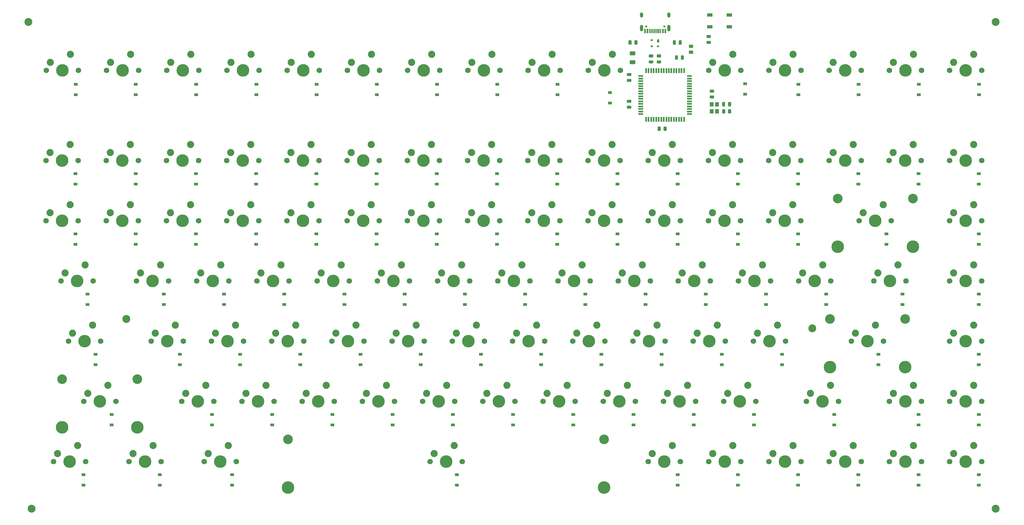
<source format=gbs>
G04 #@! TF.GenerationSoftware,KiCad,Pcbnew,(5.1.9-0-10_14)*
G04 #@! TF.CreationDate,2021-04-15T17:38:18+09:00*
G04 #@! TF.ProjectId,JupiterAdvanced,4a757069-7465-4724-9164-76616e636564,1*
G04 #@! TF.SameCoordinates,Original*
G04 #@! TF.FileFunction,Soldermask,Bot*
G04 #@! TF.FilePolarity,Negative*
%FSLAX46Y46*%
G04 Gerber Fmt 4.6, Leading zero omitted, Abs format (unit mm)*
G04 Created by KiCad (PCBNEW (5.1.9-0-10_14)) date 2021-04-15 17:38:18*
%MOMM*%
%LPD*%
G01*
G04 APERTURE LIST*
%ADD10C,2.500000*%
%ADD11C,2.250000*%
%ADD12C,3.987800*%
%ADD13C,1.750000*%
%ADD14R,1.200000X1.400000*%
%ADD15R,0.600000X1.450000*%
%ADD16R,0.300000X1.450000*%
%ADD17C,0.650000*%
%ADD18O,1.000000X2.100000*%
%ADD19O,1.000000X1.600000*%
%ADD20R,1.500000X0.550000*%
%ADD21R,0.550000X1.500000*%
%ADD22R,0.700000X0.600000*%
%ADD23R,0.700000X1.000000*%
%ADD24R,1.800000X1.100000*%
%ADD25C,3.048000*%
%ADD26R,1.200000X0.900000*%
G04 APERTURE END LIST*
D10*
X312325000Y-182475000D03*
X95325000Y-179475000D03*
X65325000Y-239475000D03*
X370325000Y-239475000D03*
X370325000Y-85475000D03*
X64325000Y-85475000D03*
G36*
G01*
X261753670Y-98633580D02*
X260841170Y-98633580D01*
G75*
G02*
X260597420Y-98389830I0J243750D01*
G01*
X260597420Y-97902330D01*
G75*
G02*
X260841170Y-97658580I243750J0D01*
G01*
X261753670Y-97658580D01*
G75*
G02*
X261997420Y-97902330I0J-243750D01*
G01*
X261997420Y-98389830D01*
G75*
G02*
X261753670Y-98633580I-243750J0D01*
G01*
G37*
G36*
G01*
X261753670Y-96758580D02*
X260841170Y-96758580D01*
G75*
G02*
X260597420Y-96514830I0J243750D01*
G01*
X260597420Y-96027330D01*
G75*
G02*
X260841170Y-95783580I243750J0D01*
G01*
X261753670Y-95783580D01*
G75*
G02*
X261997420Y-96027330I0J-243750D01*
G01*
X261997420Y-96514830D01*
G75*
G02*
X261753670Y-96758580I-243750J0D01*
G01*
G37*
G36*
G01*
X264273350Y-98633580D02*
X263360850Y-98633580D01*
G75*
G02*
X263117100Y-98389830I0J243750D01*
G01*
X263117100Y-97902330D01*
G75*
G02*
X263360850Y-97658580I243750J0D01*
G01*
X264273350Y-97658580D01*
G75*
G02*
X264517100Y-97902330I0J-243750D01*
G01*
X264517100Y-98389830D01*
G75*
G02*
X264273350Y-98633580I-243750J0D01*
G01*
G37*
G36*
G01*
X264273350Y-96758580D02*
X263360850Y-96758580D01*
G75*
G02*
X263117100Y-96514830I0J243750D01*
G01*
X263117100Y-96027330D01*
G75*
G02*
X263360850Y-95783580I243750J0D01*
G01*
X264273350Y-95783580D01*
G75*
G02*
X264517100Y-96027330I0J-243750D01*
G01*
X264517100Y-96514830D01*
G75*
G02*
X264273350Y-96758580I-243750J0D01*
G01*
G37*
D11*
X339429320Y-162369620D03*
D12*
X336889320Y-167449620D03*
D11*
X333079320Y-164909620D03*
D13*
X331809320Y-167449620D03*
X341969320Y-167449620D03*
D11*
X363356120Y-95718820D03*
D12*
X360816120Y-100798820D03*
D11*
X357006120Y-98258820D03*
D13*
X355736120Y-100798820D03*
X365896120Y-100798820D03*
D14*
X282199100Y-113759520D03*
X282199100Y-111559520D03*
X280499100Y-111559520D03*
X280499100Y-113759520D03*
D15*
X265825240Y-88390980D03*
X259375240Y-88390980D03*
X265050240Y-88390980D03*
X260150240Y-88390980D03*
D16*
X260850240Y-88390980D03*
X264350240Y-88390980D03*
X261350240Y-88390980D03*
X263850240Y-88390980D03*
X261850240Y-88390980D03*
X263350240Y-88390980D03*
X262850240Y-88390980D03*
X262350240Y-88390980D03*
D17*
X265490240Y-86945980D03*
X259710240Y-86945980D03*
D18*
X258280240Y-87475980D03*
X266920240Y-87475980D03*
D19*
X258280240Y-83295980D03*
X266920240Y-83295980D03*
D20*
X258045320Y-102631820D03*
X258045320Y-103431820D03*
X258045320Y-104231820D03*
X258045320Y-105031820D03*
X258045320Y-105831820D03*
X258045320Y-106631820D03*
X258045320Y-107431820D03*
X258045320Y-108231820D03*
X258045320Y-109031820D03*
X258045320Y-109831820D03*
X258045320Y-110631820D03*
X258045320Y-111431820D03*
X258045320Y-112231820D03*
X258045320Y-113031820D03*
X258045320Y-113831820D03*
X258045320Y-114631820D03*
D21*
X259745320Y-116331820D03*
X260545320Y-116331820D03*
X261345320Y-116331820D03*
X262145320Y-116331820D03*
X262945320Y-116331820D03*
X263745320Y-116331820D03*
X264545320Y-116331820D03*
X265345320Y-116331820D03*
X266145320Y-116331820D03*
X266945320Y-116331820D03*
X267745320Y-116331820D03*
X268545320Y-116331820D03*
X269345320Y-116331820D03*
X270145320Y-116331820D03*
X270945320Y-116331820D03*
X271745320Y-116331820D03*
D20*
X273445320Y-114631820D03*
X273445320Y-113831820D03*
X273445320Y-113031820D03*
X273445320Y-112231820D03*
X273445320Y-111431820D03*
X273445320Y-110631820D03*
X273445320Y-109831820D03*
X273445320Y-109031820D03*
X273445320Y-108231820D03*
X273445320Y-107431820D03*
X273445320Y-106631820D03*
X273445320Y-105831820D03*
X273445320Y-105031820D03*
X273445320Y-104231820D03*
X273445320Y-103431820D03*
X273445320Y-102631820D03*
D21*
X271745320Y-100931820D03*
X270945320Y-100931820D03*
X270145320Y-100931820D03*
X269345320Y-100931820D03*
X268545320Y-100931820D03*
X267745320Y-100931820D03*
X266945320Y-100931820D03*
X266145320Y-100931820D03*
X265345320Y-100931820D03*
X264545320Y-100931820D03*
X263745320Y-100931820D03*
X262945320Y-100931820D03*
X262145320Y-100931820D03*
X261345320Y-100931820D03*
X260545320Y-100931820D03*
X259745320Y-100931820D03*
D22*
X261531860Y-93205340D03*
X263531860Y-93205340D03*
X261531860Y-91305340D03*
D23*
X263531860Y-91505340D03*
D11*
X77542620Y-143306920D03*
D12*
X75002620Y-148386920D03*
D11*
X71192620Y-145846920D03*
D13*
X69922620Y-148386920D03*
X80082620Y-148386920D03*
D11*
X82305120Y-162369620D03*
D12*
X79765120Y-167449620D03*
D11*
X75955120Y-164909620D03*
D13*
X74685120Y-167449620D03*
X84845120Y-167449620D03*
D24*
X286101720Y-87023820D03*
X279901720Y-83323820D03*
X286101720Y-83323820D03*
X279901720Y-87023820D03*
D11*
X199005647Y-219529227D03*
D12*
X196465647Y-224609227D03*
D11*
X192655647Y-222069227D03*
D13*
X191385647Y-224609227D03*
X201545647Y-224609227D03*
D25*
X146465747Y-217624227D03*
X246465547Y-217624227D03*
D12*
X146465747Y-232864227D03*
X246465547Y-232864227D03*
D11*
X318106020Y-200469620D03*
D12*
X315566020Y-205549620D03*
D11*
X311756020Y-203009620D03*
D13*
X310486020Y-205549620D03*
X320646020Y-205549620D03*
D11*
X306231520Y-219519620D03*
D12*
X303691520Y-224599620D03*
D11*
X299881520Y-222059620D03*
D13*
X298611520Y-224599620D03*
X308771520Y-224599620D03*
D11*
X315629520Y-162369620D03*
D12*
X313089520Y-167449620D03*
D11*
X309279520Y-164909620D03*
D13*
X308009520Y-167449620D03*
X318169520Y-167449620D03*
D11*
X268060380Y-219519620D03*
D12*
X265520380Y-224599620D03*
D11*
X261710380Y-222059620D03*
D13*
X260440380Y-224599620D03*
X270600380Y-224599620D03*
G36*
G01*
X279103770Y-91493520D02*
X280016270Y-91493520D01*
G75*
G02*
X280260020Y-91737270I0J-243750D01*
G01*
X280260020Y-92224770D01*
G75*
G02*
X280016270Y-92468520I-243750J0D01*
G01*
X279103770Y-92468520D01*
G75*
G02*
X278860020Y-92224770I0J243750D01*
G01*
X278860020Y-91737270D01*
G75*
G02*
X279103770Y-91493520I243750J0D01*
G01*
G37*
G36*
G01*
X279103770Y-89618520D02*
X280016270Y-89618520D01*
G75*
G02*
X280260020Y-89862270I0J-243750D01*
G01*
X280260020Y-90349770D01*
G75*
G02*
X280016270Y-90593520I-243750J0D01*
G01*
X279103770Y-90593520D01*
G75*
G02*
X278860020Y-90349770I0J243750D01*
G01*
X278860020Y-89862270D01*
G75*
G02*
X279103770Y-89618520I243750J0D01*
G01*
G37*
G36*
G01*
X265263020Y-119754970D02*
X265263020Y-118842470D01*
G75*
G02*
X265506770Y-118598720I243750J0D01*
G01*
X265994270Y-118598720D01*
G75*
G02*
X266238020Y-118842470I0J-243750D01*
G01*
X266238020Y-119754970D01*
G75*
G02*
X265994270Y-119998720I-243750J0D01*
G01*
X265506770Y-119998720D01*
G75*
G02*
X265263020Y-119754970I0J243750D01*
G01*
G37*
G36*
G01*
X263388020Y-119754970D02*
X263388020Y-118842470D01*
G75*
G02*
X263631770Y-118598720I243750J0D01*
G01*
X264119270Y-118598720D01*
G75*
G02*
X264363020Y-118842470I0J-243750D01*
G01*
X264363020Y-119754970D01*
G75*
G02*
X264119270Y-119998720I-243750J0D01*
G01*
X263631770Y-119998720D01*
G75*
G02*
X263388020Y-119754970I0J243750D01*
G01*
G37*
G36*
G01*
X255160120Y-91550170D02*
X255160120Y-92462670D01*
G75*
G02*
X254916370Y-92706420I-243750J0D01*
G01*
X254428870Y-92706420D01*
G75*
G02*
X254185120Y-92462670I0J243750D01*
G01*
X254185120Y-91550170D01*
G75*
G02*
X254428870Y-91306420I243750J0D01*
G01*
X254916370Y-91306420D01*
G75*
G02*
X255160120Y-91550170I0J-243750D01*
G01*
G37*
G36*
G01*
X257035120Y-91550170D02*
X257035120Y-92462670D01*
G75*
G02*
X256791370Y-92706420I-243750J0D01*
G01*
X256303870Y-92706420D01*
G75*
G02*
X256060120Y-92462670I0J243750D01*
G01*
X256060120Y-91550170D01*
G75*
G02*
X256303870Y-91306420I243750J0D01*
G01*
X256791370Y-91306420D01*
G75*
G02*
X257035120Y-91550170I0J-243750D01*
G01*
G37*
G36*
G01*
X270063620Y-92462670D02*
X270063620Y-91550170D01*
G75*
G02*
X270307370Y-91306420I243750J0D01*
G01*
X270794870Y-91306420D01*
G75*
G02*
X271038620Y-91550170I0J-243750D01*
G01*
X271038620Y-92462670D01*
G75*
G02*
X270794870Y-92706420I-243750J0D01*
G01*
X270307370Y-92706420D01*
G75*
G02*
X270063620Y-92462670I0J243750D01*
G01*
G37*
G36*
G01*
X268188620Y-92462670D02*
X268188620Y-91550170D01*
G75*
G02*
X268432370Y-91306420I243750J0D01*
G01*
X268919870Y-91306420D01*
G75*
G02*
X269163620Y-91550170I0J-243750D01*
G01*
X269163620Y-92462670D01*
G75*
G02*
X268919870Y-92706420I-243750J0D01*
G01*
X268432370Y-92706420D01*
G75*
G02*
X268188620Y-92462670I0J243750D01*
G01*
G37*
D11*
X301354720Y-181419620D03*
D12*
X298814720Y-186499620D03*
D11*
X295004720Y-183959620D03*
D13*
X293734720Y-186499620D03*
X303894720Y-186499620D03*
D11*
X291880520Y-200469620D03*
D12*
X289340520Y-205549620D03*
D11*
X285530520Y-203009620D03*
D13*
X284260520Y-205549620D03*
X294420520Y-205549620D03*
D11*
X325281520Y-124269620D03*
D12*
X322741520Y-129349620D03*
D11*
X318931520Y-126809620D03*
D13*
X317661520Y-129349620D03*
X327821520Y-129349620D03*
D11*
X306180720Y-143319620D03*
D12*
X303640720Y-148399620D03*
D11*
X299830720Y-145859620D03*
D13*
X298560720Y-148399620D03*
X308720720Y-148399620D03*
D11*
X363381520Y-162369620D03*
D12*
X360841520Y-167449620D03*
D11*
X357031520Y-164909620D03*
D13*
X355761520Y-167449620D03*
X365921520Y-167449620D03*
D11*
X363381520Y-181419620D03*
D12*
X360841520Y-186499620D03*
D11*
X357031520Y-183959620D03*
D13*
X355761520Y-186499620D03*
X365921520Y-186499620D03*
D11*
X344280720Y-124269620D03*
D12*
X341740720Y-129349620D03*
D11*
X337930720Y-126809620D03*
D13*
X336660720Y-129349620D03*
X346820720Y-129349620D03*
D11*
X120430520Y-200469620D03*
D12*
X117890520Y-205549620D03*
D11*
X114080520Y-203009620D03*
D13*
X112810520Y-205549620D03*
X122970520Y-205549620D03*
D11*
X201380320Y-162369620D03*
D12*
X198840320Y-167449620D03*
D11*
X195030320Y-164909620D03*
D13*
X193760320Y-167449620D03*
X203920320Y-167449620D03*
D11*
X139480520Y-200469620D03*
D12*
X136940520Y-205549620D03*
D11*
X133130520Y-203009620D03*
D13*
X131860520Y-205549620D03*
X142020520Y-205549620D03*
D11*
X125180320Y-162369620D03*
D12*
X122640320Y-167449620D03*
D11*
X118830320Y-164909620D03*
D13*
X117560320Y-167449620D03*
X127720320Y-167449620D03*
D11*
X177580520Y-200469620D03*
D12*
X175040520Y-205549620D03*
D11*
X171230520Y-203009620D03*
D13*
X169960520Y-205549620D03*
X180120520Y-205549620D03*
D11*
X220430320Y-162369620D03*
D12*
X217890320Y-167449620D03*
D11*
X214080320Y-164909620D03*
D13*
X212810320Y-167449620D03*
X222970320Y-167449620D03*
D11*
X182330320Y-162369620D03*
D12*
X179790320Y-167449620D03*
D11*
X175980320Y-164909620D03*
D13*
X174710320Y-167449620D03*
X184870320Y-167449620D03*
D11*
X344306120Y-95718820D03*
D12*
X341766120Y-100798820D03*
D11*
X337956120Y-98258820D03*
D13*
X336686120Y-100798820D03*
X346846120Y-100798820D03*
D11*
X325256120Y-95718820D03*
D12*
X322716120Y-100798820D03*
D11*
X318906120Y-98258820D03*
D13*
X317636120Y-100798820D03*
X327796120Y-100798820D03*
D11*
X306206120Y-95718820D03*
D12*
X303666120Y-100798820D03*
D11*
X299856120Y-98258820D03*
D13*
X298586120Y-100798820D03*
X308746120Y-100798820D03*
D11*
X287215320Y-95718820D03*
D12*
X284675320Y-100798820D03*
D11*
X280865320Y-98258820D03*
D13*
X279595320Y-100798820D03*
X289755320Y-100798820D03*
D11*
X249056120Y-95718820D03*
D12*
X246516120Y-100798820D03*
D11*
X242706120Y-98258820D03*
D13*
X241436120Y-100798820D03*
X251596120Y-100798820D03*
D11*
X230006120Y-95718820D03*
D12*
X227466120Y-100798820D03*
D11*
X223656120Y-98258820D03*
D13*
X222386120Y-100798820D03*
X232546120Y-100798820D03*
D11*
X210956120Y-95718820D03*
D12*
X208416120Y-100798820D03*
D11*
X204606120Y-98258820D03*
D13*
X203336120Y-100798820D03*
X213496120Y-100798820D03*
D11*
X191906120Y-95718820D03*
D12*
X189366120Y-100798820D03*
D11*
X185556120Y-98258820D03*
D13*
X184286120Y-100798820D03*
X194446120Y-100798820D03*
D11*
X172856120Y-95718820D03*
D12*
X170316120Y-100798820D03*
D11*
X166506120Y-98258820D03*
D13*
X165236120Y-100798820D03*
X175396120Y-100798820D03*
D11*
X153806120Y-95718820D03*
D12*
X151266120Y-100798820D03*
D11*
X147456120Y-98258820D03*
D13*
X146186120Y-100798820D03*
X156346120Y-100798820D03*
D11*
X134756120Y-95718820D03*
D12*
X132216120Y-100798820D03*
D11*
X128406120Y-98258820D03*
D13*
X127136120Y-100798820D03*
X137296120Y-100798820D03*
D11*
X115706120Y-95718820D03*
D12*
X113166120Y-100798820D03*
D11*
X109356120Y-98258820D03*
D13*
X108086120Y-100798820D03*
X118246120Y-100798820D03*
D11*
X96656120Y-95718820D03*
D12*
X94116120Y-100798820D03*
D11*
X90306120Y-98258820D03*
D13*
X89036120Y-100798820D03*
X99196120Y-100798820D03*
D11*
X77606120Y-95718820D03*
D12*
X75066120Y-100798820D03*
D11*
X71256120Y-98258820D03*
D13*
X69986120Y-100798820D03*
X80146120Y-100798820D03*
D11*
X129853920Y-181419620D03*
D12*
X127313920Y-186499620D03*
D11*
X123503920Y-183959620D03*
D13*
X122233920Y-186499620D03*
X132393920Y-186499620D03*
D11*
X163280320Y-162369620D03*
D12*
X160740320Y-167449620D03*
D11*
X156930320Y-164909620D03*
D13*
X155660320Y-167449620D03*
X165820320Y-167449620D03*
D11*
X106130320Y-162369620D03*
D12*
X103590320Y-167449620D03*
D11*
X99780320Y-164909620D03*
D13*
X98510320Y-167449620D03*
X108670320Y-167449620D03*
D11*
X277529520Y-162369620D03*
D12*
X274989520Y-167449620D03*
D11*
X271179520Y-164909620D03*
D13*
X269909520Y-167449620D03*
X280069520Y-167449620D03*
D11*
X258530320Y-162369620D03*
D12*
X255990320Y-167449620D03*
D11*
X252180320Y-164909620D03*
D13*
X250910320Y-167449620D03*
X261070320Y-167449620D03*
D11*
X215680520Y-200469620D03*
D12*
X213140520Y-205549620D03*
D11*
X209330520Y-203009620D03*
D13*
X208060520Y-205549620D03*
X218220520Y-205549620D03*
D11*
X234730520Y-200469620D03*
D12*
X232190520Y-205549620D03*
D11*
X228380520Y-203009620D03*
D13*
X227110520Y-205549620D03*
X237270520Y-205549620D03*
D11*
X263254720Y-181419620D03*
D12*
X260714720Y-186499620D03*
D11*
X256904720Y-183959620D03*
D13*
X255634720Y-186499620D03*
X265794720Y-186499620D03*
D11*
X244204720Y-181419620D03*
D12*
X241664720Y-186499620D03*
D11*
X237854720Y-183959620D03*
D13*
X236584720Y-186499620D03*
X246744720Y-186499620D03*
D11*
X225154720Y-181419620D03*
D12*
X222614720Y-186499620D03*
D11*
X218804720Y-183959620D03*
D13*
X217534720Y-186499620D03*
X227694720Y-186499620D03*
D11*
X239480320Y-162369620D03*
D12*
X236940320Y-167449620D03*
D11*
X233130320Y-164909620D03*
D13*
X231860320Y-167449620D03*
X242020320Y-167449620D03*
D11*
X206104720Y-181419620D03*
D12*
X203564720Y-186499620D03*
D11*
X199754720Y-183959620D03*
D13*
X198484720Y-186499620D03*
X208644720Y-186499620D03*
D11*
X187054720Y-181419620D03*
D12*
X184514720Y-186499620D03*
D11*
X180704720Y-183959620D03*
D13*
X179434720Y-186499620D03*
X189594720Y-186499620D03*
D11*
X287130720Y-124269620D03*
D12*
X284590720Y-129349620D03*
D11*
X280780720Y-126809620D03*
D13*
X279510720Y-129349620D03*
X289670720Y-129349620D03*
D11*
X168004720Y-181419620D03*
D12*
X165464720Y-186499620D03*
D11*
X161654720Y-183959620D03*
D13*
X160384720Y-186499620D03*
X170544720Y-186499620D03*
D11*
X144230320Y-162369620D03*
D12*
X141690320Y-167449620D03*
D11*
X137880320Y-164909620D03*
D13*
X136610320Y-167449620D03*
X146770320Y-167449620D03*
D11*
X148954720Y-181419620D03*
D12*
X146414720Y-186499620D03*
D11*
X142604720Y-183959620D03*
D13*
X141334720Y-186499620D03*
X151494720Y-186499620D03*
D11*
X158530520Y-200469620D03*
D12*
X155990520Y-205549620D03*
D11*
X152180520Y-203009620D03*
D13*
X150910520Y-205549620D03*
X161070520Y-205549620D03*
D11*
X196630520Y-200469620D03*
D12*
X194090520Y-205549620D03*
D11*
X190280520Y-203009620D03*
D13*
X189010520Y-205549620D03*
X199170520Y-205549620D03*
D11*
X110854720Y-181419620D03*
D12*
X108314720Y-186499620D03*
D11*
X104504720Y-183959620D03*
D13*
X103234720Y-186499620D03*
X113394720Y-186499620D03*
D11*
X249030720Y-143319620D03*
D12*
X246490720Y-148399620D03*
D11*
X242680720Y-145859620D03*
D13*
X241410720Y-148399620D03*
X251570720Y-148399620D03*
D11*
X229980720Y-143319620D03*
D12*
X227440720Y-148399620D03*
D11*
X223630720Y-145859620D03*
D13*
X222360720Y-148399620D03*
X232520720Y-148399620D03*
D11*
X210930720Y-143319620D03*
D12*
X208390720Y-148399620D03*
D11*
X204580720Y-145859620D03*
D13*
X203310720Y-148399620D03*
X213470720Y-148399620D03*
D11*
X191880720Y-143319620D03*
D12*
X189340720Y-148399620D03*
D11*
X185530720Y-145859620D03*
D13*
X184260720Y-148399620D03*
X194420720Y-148399620D03*
D11*
X172830720Y-143319620D03*
D12*
X170290720Y-148399620D03*
D11*
X166480720Y-145859620D03*
D13*
X165210720Y-148399620D03*
X175370720Y-148399620D03*
D11*
X153780720Y-143319620D03*
D12*
X151240720Y-148399620D03*
D11*
X147430720Y-145859620D03*
D13*
X146160720Y-148399620D03*
X156320720Y-148399620D03*
D11*
X134730720Y-143319620D03*
D12*
X132190720Y-148399620D03*
D11*
X128380720Y-145859620D03*
D13*
X127110720Y-148399620D03*
X137270720Y-148399620D03*
D11*
X115680720Y-143319620D03*
D12*
X113140720Y-148399620D03*
D11*
X109330720Y-145859620D03*
D13*
X108060720Y-148399620D03*
X118220720Y-148399620D03*
D11*
X96579920Y-143319620D03*
D12*
X94039920Y-148399620D03*
D11*
X90229920Y-145859620D03*
D13*
X88959920Y-148399620D03*
X99119920Y-148399620D03*
D11*
X268080720Y-143319620D03*
D12*
X265540720Y-148399620D03*
D11*
X261730720Y-145859620D03*
D13*
X260460720Y-148399620D03*
X270620720Y-148399620D03*
D11*
X253780520Y-200469620D03*
D12*
X251240520Y-205549620D03*
D11*
X247430520Y-203009620D03*
D13*
X246160520Y-205549620D03*
X256320520Y-205549620D03*
D11*
X89442520Y-200469620D03*
D12*
X86902520Y-205549620D03*
D11*
X83092520Y-203009620D03*
D13*
X81822520Y-205549620D03*
X91982520Y-205549620D03*
D25*
X74996270Y-198564620D03*
X98808770Y-198564620D03*
D12*
X74996270Y-213804620D03*
X98808770Y-213804620D03*
D11*
X103749524Y-219519620D03*
D12*
X101209524Y-224599620D03*
D11*
X97399524Y-222059620D03*
D13*
X96129524Y-224599620D03*
X106289524Y-224599620D03*
D11*
X79917520Y-219519620D03*
D12*
X77377520Y-224599620D03*
D11*
X73567520Y-222059620D03*
D13*
X72297520Y-224599620D03*
X82457520Y-224599620D03*
D11*
X296579520Y-162369620D03*
D12*
X294039520Y-167449620D03*
D11*
X290229520Y-164909620D03*
D13*
X288959520Y-167449620D03*
X299119520Y-167449620D03*
D11*
X127557128Y-219529227D03*
D12*
X125017128Y-224609227D03*
D11*
X121207128Y-222069227D03*
D13*
X119937128Y-224609227D03*
X130097128Y-224609227D03*
D11*
X287130720Y-143319620D03*
D12*
X284590720Y-148399620D03*
D11*
X280780720Y-145859620D03*
D13*
X279510720Y-148399620D03*
X289670720Y-148399620D03*
D11*
X363381520Y-143319620D03*
D12*
X360841520Y-148399620D03*
D11*
X357031520Y-145859620D03*
D13*
X355761520Y-148399620D03*
X365921520Y-148399620D03*
X275370520Y-205549620D03*
X265210520Y-205549620D03*
D11*
X266480520Y-203009620D03*
D12*
X270290520Y-205549620D03*
D11*
X272830520Y-200469620D03*
X287181520Y-219519620D03*
D12*
X284641520Y-224599620D03*
D11*
X280831520Y-222059620D03*
D13*
X279561520Y-224599620D03*
X289721520Y-224599620D03*
D11*
X306180720Y-124269620D03*
D12*
X303640720Y-129349620D03*
D11*
X299830720Y-126809620D03*
D13*
X298560720Y-129349620D03*
X308720720Y-129349620D03*
G36*
G01*
X256080420Y-96070120D02*
X254830420Y-96070120D01*
G75*
G02*
X254580420Y-95820120I0J250000D01*
G01*
X254580420Y-95070120D01*
G75*
G02*
X254830420Y-94820120I250000J0D01*
G01*
X256080420Y-94820120D01*
G75*
G02*
X256330420Y-95070120I0J-250000D01*
G01*
X256330420Y-95820120D01*
G75*
G02*
X256080420Y-96070120I-250000J0D01*
G01*
G37*
G36*
G01*
X256080420Y-98870120D02*
X254830420Y-98870120D01*
G75*
G02*
X254580420Y-98620120I0J250000D01*
G01*
X254580420Y-97870120D01*
G75*
G02*
X254830420Y-97620120I250000J0D01*
G01*
X256080420Y-97620120D01*
G75*
G02*
X256330420Y-97870120I0J-250000D01*
G01*
X256330420Y-98620120D01*
G75*
G02*
X256080420Y-98870120I-250000J0D01*
G01*
G37*
D11*
X268080720Y-124269620D03*
D12*
X265540720Y-129349620D03*
D11*
X261730720Y-126809620D03*
D13*
X260460720Y-129349620D03*
X270620720Y-129349620D03*
D11*
X249030720Y-124269620D03*
D12*
X246490720Y-129349620D03*
D11*
X242680720Y-126809620D03*
D13*
X241410720Y-129349620D03*
X251570720Y-129349620D03*
D11*
X229980720Y-124269620D03*
D12*
X227440720Y-129349620D03*
D11*
X223630720Y-126809620D03*
D13*
X222360720Y-129349620D03*
X232520720Y-129349620D03*
D11*
X210930720Y-124269620D03*
D12*
X208390720Y-129349620D03*
D11*
X204580720Y-126809620D03*
D13*
X203310720Y-129349620D03*
X213470720Y-129349620D03*
D11*
X191880720Y-124269620D03*
D12*
X189340720Y-129349620D03*
D11*
X185530720Y-126809620D03*
D13*
X184260720Y-129349620D03*
X194420720Y-129349620D03*
D11*
X172830720Y-124269620D03*
D12*
X170290720Y-129349620D03*
D11*
X166480720Y-126809620D03*
D13*
X165210720Y-129349620D03*
X175370720Y-129349620D03*
D11*
X153780720Y-124269620D03*
D12*
X151240720Y-129349620D03*
D11*
X147430720Y-126809620D03*
D13*
X146160720Y-129349620D03*
X156320720Y-129349620D03*
D11*
X134730720Y-124269620D03*
D12*
X132190720Y-129349620D03*
D11*
X128380720Y-126809620D03*
D13*
X127110720Y-129349620D03*
X137270720Y-129349620D03*
D11*
X115629920Y-124269620D03*
D12*
X113089920Y-129349620D03*
D11*
X109279920Y-126809620D03*
D13*
X108009920Y-129349620D03*
X118169920Y-129349620D03*
D11*
X96579920Y-124269620D03*
D12*
X94039920Y-129349620D03*
D11*
X90229920Y-126809620D03*
D13*
X88959920Y-129349620D03*
X99119920Y-129349620D03*
D11*
X77529920Y-124269620D03*
D12*
X74989920Y-129349620D03*
D11*
X71179920Y-126809620D03*
D13*
X69909920Y-129349620D03*
X80069920Y-129349620D03*
D11*
X332342720Y-181419620D03*
D12*
X329802720Y-186499620D03*
D11*
X325992720Y-183959620D03*
D13*
X324722720Y-186499620D03*
X334882720Y-186499620D03*
D25*
X317896470Y-179514620D03*
X341708970Y-179514620D03*
D12*
X317896470Y-194754620D03*
X341708970Y-194754620D03*
D11*
X363381520Y-200469620D03*
D12*
X360841520Y-205549620D03*
D11*
X357031520Y-203009620D03*
D13*
X355761520Y-205549620D03*
X365921520Y-205549620D03*
D11*
X363381520Y-124269620D03*
D12*
X360841520Y-129349620D03*
D11*
X357031520Y-126809620D03*
D13*
X355761520Y-129349620D03*
X365921520Y-129349620D03*
D26*
X365007120Y-228791620D03*
X365007120Y-232091620D03*
X365007120Y-209741620D03*
X365007120Y-213041620D03*
X365007120Y-190691620D03*
X365007120Y-193991620D03*
X365007120Y-171641620D03*
X365007120Y-174941620D03*
X365007120Y-152591620D03*
X365007120Y-155891620D03*
X365007120Y-133541620D03*
X365007120Y-136841620D03*
X365032520Y-105244820D03*
X365032520Y-108544820D03*
X345957120Y-228791620D03*
X345957120Y-232091620D03*
X345957120Y-209741620D03*
X345957120Y-213041620D03*
X340877120Y-171641620D03*
X340877120Y-174941620D03*
X335797120Y-152591620D03*
X335797120Y-155891620D03*
X345957120Y-133541620D03*
X345957120Y-136841620D03*
X345982520Y-105244820D03*
X345982520Y-108544820D03*
X326907120Y-228791620D03*
X326907120Y-232091620D03*
X319287120Y-209741620D03*
X319287120Y-213041620D03*
X333257120Y-190691620D03*
X333257120Y-193991620D03*
X316747120Y-171641620D03*
X316747120Y-174941620D03*
X326907120Y-133541620D03*
X326907120Y-136841620D03*
X326932520Y-105244820D03*
X326932520Y-108544820D03*
X307857120Y-228791620D03*
X307857120Y-232091620D03*
X302777120Y-190691620D03*
X302777120Y-193991620D03*
X297697120Y-171641620D03*
X297697120Y-174941620D03*
X307857120Y-152591620D03*
X307857120Y-155891620D03*
X307857120Y-133541620D03*
X307857120Y-136841620D03*
X307882520Y-105244820D03*
X307882520Y-108544820D03*
X288807120Y-228791620D03*
X288807120Y-232091620D03*
X293887120Y-209741620D03*
X293887120Y-213041620D03*
X283727120Y-190691620D03*
X283727120Y-193991620D03*
X278647120Y-171641620D03*
X278647120Y-174941620D03*
X288807120Y-152591620D03*
X288807120Y-155891620D03*
X288807120Y-133541620D03*
X288807120Y-136841620D03*
X291085020Y-105063020D03*
X291085020Y-108363020D03*
X269757120Y-228791620D03*
X269757120Y-232091620D03*
X274837120Y-209741620D03*
X274837120Y-213041620D03*
X264677120Y-190691620D03*
X264677120Y-193991620D03*
X259597120Y-171641620D03*
X259597120Y-174941620D03*
X269757120Y-152591620D03*
X269757120Y-155891620D03*
X269757120Y-133541620D03*
X269757120Y-136841620D03*
X255787120Y-209741620D03*
X255787120Y-213041620D03*
X245627120Y-190691620D03*
X245627120Y-193991620D03*
X240547120Y-171641620D03*
X240547120Y-174941620D03*
X250707120Y-152591620D03*
X250707120Y-155891620D03*
X250707120Y-133541620D03*
X250707120Y-136841620D03*
X248330720Y-107847860D03*
X248330720Y-111147860D03*
X236737120Y-209741620D03*
X236737120Y-213041620D03*
X226577120Y-190691620D03*
X226577120Y-193991620D03*
X221497120Y-171641620D03*
X221497120Y-174941620D03*
X231657120Y-152591620D03*
X231657120Y-155891620D03*
X231657120Y-133541620D03*
X231657120Y-136841620D03*
X231682520Y-105244820D03*
X231682520Y-108544820D03*
X217687120Y-209741620D03*
X217687120Y-213041620D03*
X207527120Y-190691620D03*
X207527120Y-193991620D03*
X202447120Y-171641620D03*
X202447120Y-174941620D03*
X212607120Y-152591620D03*
X212607120Y-155891620D03*
X212607120Y-133541620D03*
X212607120Y-136841620D03*
X212632520Y-105244820D03*
X212632520Y-108544820D03*
X199907120Y-228791620D03*
X199907120Y-232091620D03*
X198637120Y-209741620D03*
X198637120Y-213041620D03*
X188477120Y-190691620D03*
X188477120Y-193991620D03*
X183397120Y-171641620D03*
X183397120Y-174941620D03*
X193557120Y-152591620D03*
X193557120Y-155891620D03*
X193557120Y-133541620D03*
X193557120Y-136841620D03*
X193582520Y-105244820D03*
X193582520Y-108544820D03*
X179587120Y-209741620D03*
X179587120Y-213041620D03*
X169427120Y-190691620D03*
X169427120Y-193991620D03*
X164347120Y-171641620D03*
X164347120Y-174941620D03*
X174507120Y-152591620D03*
X174507120Y-155891620D03*
X174507120Y-133541620D03*
X174507120Y-136841620D03*
X174532520Y-105244820D03*
X174532520Y-108544820D03*
X160537120Y-209741620D03*
X160537120Y-213041620D03*
X150377120Y-190691620D03*
X150377120Y-193991620D03*
X145297120Y-171641620D03*
X145297120Y-174941620D03*
X155457120Y-152591620D03*
X155457120Y-155891620D03*
X155457120Y-133541620D03*
X155457120Y-136841620D03*
X155482520Y-105244820D03*
X155482520Y-108544820D03*
X128787120Y-228791620D03*
X128787120Y-232091620D03*
X141487120Y-209741620D03*
X141487120Y-213041620D03*
X131327120Y-190691620D03*
X131327120Y-193991620D03*
X126247120Y-171641620D03*
X126247120Y-174941620D03*
X136407120Y-152591620D03*
X136407120Y-155891620D03*
X136407120Y-133541620D03*
X136407120Y-136841620D03*
X136432520Y-105244820D03*
X136432520Y-108544820D03*
X122437120Y-209741620D03*
X122437120Y-213041620D03*
X112277120Y-190691620D03*
X112277120Y-193991620D03*
X107197120Y-171641620D03*
X107197120Y-174941620D03*
X117357120Y-152591620D03*
X117357120Y-155891620D03*
X117357120Y-133541620D03*
X117357120Y-136841620D03*
X117382520Y-105244820D03*
X117382520Y-108544820D03*
X105927120Y-228791620D03*
X105927120Y-232091620D03*
X90687120Y-209741620D03*
X90687120Y-213041620D03*
X98307120Y-152591620D03*
X98307120Y-155891620D03*
X98307120Y-133541620D03*
X98307120Y-136841620D03*
X98281720Y-105270220D03*
X98281720Y-108570220D03*
X81797120Y-228791620D03*
X81797120Y-232091620D03*
X85607120Y-190691620D03*
X85607120Y-193991620D03*
X83067120Y-171641620D03*
X83067120Y-174941620D03*
X79257120Y-152591620D03*
X79257120Y-155891620D03*
X79257120Y-133541620D03*
X79257120Y-136841620D03*
X79282520Y-105244820D03*
X79282520Y-108544820D03*
D11*
X84680020Y-181419620D03*
D12*
X82140020Y-186499620D03*
D11*
X78330020Y-183959620D03*
D13*
X77060020Y-186499620D03*
X87220020Y-186499620D03*
D11*
X282304720Y-181419620D03*
D12*
X279764720Y-186499620D03*
D11*
X275954720Y-183959620D03*
D13*
X274684720Y-186499620D03*
X284844720Y-186499620D03*
G36*
G01*
X273503070Y-94605020D02*
X274415570Y-94605020D01*
G75*
G02*
X274659320Y-94848770I0J-243750D01*
G01*
X274659320Y-95336270D01*
G75*
G02*
X274415570Y-95580020I-243750J0D01*
G01*
X273503070Y-95580020D01*
G75*
G02*
X273259320Y-95336270I0J243750D01*
G01*
X273259320Y-94848770D01*
G75*
G02*
X273503070Y-94605020I243750J0D01*
G01*
G37*
G36*
G01*
X273503070Y-92730020D02*
X274415570Y-92730020D01*
G75*
G02*
X274659320Y-92973770I0J-243750D01*
G01*
X274659320Y-93461270D01*
G75*
G02*
X274415570Y-93705020I-243750J0D01*
G01*
X273503070Y-93705020D01*
G75*
G02*
X273259320Y-93461270I0J243750D01*
G01*
X273259320Y-92973770D01*
G75*
G02*
X273503070Y-92730020I243750J0D01*
G01*
G37*
G36*
G01*
X285661520Y-111982570D02*
X285661520Y-111070070D01*
G75*
G02*
X285905270Y-110826320I243750J0D01*
G01*
X286392770Y-110826320D01*
G75*
G02*
X286636520Y-111070070I0J-243750D01*
G01*
X286636520Y-111982570D01*
G75*
G02*
X286392770Y-112226320I-243750J0D01*
G01*
X285905270Y-112226320D01*
G75*
G02*
X285661520Y-111982570I0J243750D01*
G01*
G37*
G36*
G01*
X283786520Y-111982570D02*
X283786520Y-111070070D01*
G75*
G02*
X284030270Y-110826320I243750J0D01*
G01*
X284517770Y-110826320D01*
G75*
G02*
X284761520Y-111070070I0J-243750D01*
G01*
X284761520Y-111982570D01*
G75*
G02*
X284517770Y-112226320I-243750J0D01*
G01*
X284030270Y-112226320D01*
G75*
G02*
X283786520Y-111982570I0J243750D01*
G01*
G37*
G36*
G01*
X285686920Y-114255870D02*
X285686920Y-113343370D01*
G75*
G02*
X285930670Y-113099620I243750J0D01*
G01*
X286418170Y-113099620D01*
G75*
G02*
X286661920Y-113343370I0J-243750D01*
G01*
X286661920Y-114255870D01*
G75*
G02*
X286418170Y-114499620I-243750J0D01*
G01*
X285930670Y-114499620D01*
G75*
G02*
X285686920Y-114255870I0J243750D01*
G01*
G37*
G36*
G01*
X283811920Y-114255870D02*
X283811920Y-113343370D01*
G75*
G02*
X284055670Y-113099620I243750J0D01*
G01*
X284543170Y-113099620D01*
G75*
G02*
X284786920Y-113343370I0J-243750D01*
G01*
X284786920Y-114255870D01*
G75*
G02*
X284543170Y-114499620I-243750J0D01*
G01*
X284055670Y-114499620D01*
G75*
G02*
X283811920Y-114255870I0J243750D01*
G01*
G37*
G36*
G01*
X253919670Y-103533120D02*
X254832170Y-103533120D01*
G75*
G02*
X255075920Y-103776870I0J-243750D01*
G01*
X255075920Y-104264370D01*
G75*
G02*
X254832170Y-104508120I-243750J0D01*
G01*
X253919670Y-104508120D01*
G75*
G02*
X253675920Y-104264370I0J243750D01*
G01*
X253675920Y-103776870D01*
G75*
G02*
X253919670Y-103533120I243750J0D01*
G01*
G37*
G36*
G01*
X253919670Y-101658120D02*
X254832170Y-101658120D01*
G75*
G02*
X255075920Y-101901870I0J-243750D01*
G01*
X255075920Y-102389370D01*
G75*
G02*
X254832170Y-102633120I-243750J0D01*
G01*
X253919670Y-102633120D01*
G75*
G02*
X253675920Y-102389370I0J243750D01*
G01*
X253675920Y-101901870D01*
G75*
G02*
X253919670Y-101658120I243750J0D01*
G01*
G37*
G36*
G01*
X270751720Y-97225170D02*
X270751720Y-96312670D01*
G75*
G02*
X270995470Y-96068920I243750J0D01*
G01*
X271482970Y-96068920D01*
G75*
G02*
X271726720Y-96312670I0J-243750D01*
G01*
X271726720Y-97225170D01*
G75*
G02*
X271482970Y-97468920I-243750J0D01*
G01*
X270995470Y-97468920D01*
G75*
G02*
X270751720Y-97225170I0J243750D01*
G01*
G37*
G36*
G01*
X268876720Y-97225170D02*
X268876720Y-96312670D01*
G75*
G02*
X269120470Y-96068920I243750J0D01*
G01*
X269607970Y-96068920D01*
G75*
G02*
X269851720Y-96312670I0J-243750D01*
G01*
X269851720Y-97225170D01*
G75*
G02*
X269607970Y-97468920I-243750J0D01*
G01*
X269120470Y-97468920D01*
G75*
G02*
X268876720Y-97225170I0J243750D01*
G01*
G37*
G36*
G01*
X280119770Y-108763220D02*
X281032270Y-108763220D01*
G75*
G02*
X281276020Y-109006970I0J-243750D01*
G01*
X281276020Y-109494470D01*
G75*
G02*
X281032270Y-109738220I-243750J0D01*
G01*
X280119770Y-109738220D01*
G75*
G02*
X279876020Y-109494470I0J243750D01*
G01*
X279876020Y-109006970D01*
G75*
G02*
X280119770Y-108763220I243750J0D01*
G01*
G37*
G36*
G01*
X280119770Y-106888220D02*
X281032270Y-106888220D01*
G75*
G02*
X281276020Y-107131970I0J-243750D01*
G01*
X281276020Y-107619470D01*
G75*
G02*
X281032270Y-107863220I-243750J0D01*
G01*
X280119770Y-107863220D01*
G75*
G02*
X279876020Y-107619470I0J243750D01*
G01*
X279876020Y-107131970D01*
G75*
G02*
X280119770Y-106888220I243750J0D01*
G01*
G37*
G36*
G01*
X254819470Y-111099420D02*
X253906970Y-111099420D01*
G75*
G02*
X253663220Y-110855670I0J243750D01*
G01*
X253663220Y-110368170D01*
G75*
G02*
X253906970Y-110124420I243750J0D01*
G01*
X254819470Y-110124420D01*
G75*
G02*
X255063220Y-110368170I0J-243750D01*
G01*
X255063220Y-110855670D01*
G75*
G02*
X254819470Y-111099420I-243750J0D01*
G01*
G37*
G36*
G01*
X254819470Y-112974420D02*
X253906970Y-112974420D01*
G75*
G02*
X253663220Y-112730670I0J243750D01*
G01*
X253663220Y-112243170D01*
G75*
G02*
X253906970Y-111999420I243750J0D01*
G01*
X254819470Y-111999420D01*
G75*
G02*
X255063220Y-112243170I0J-243750D01*
G01*
X255063220Y-112730670D01*
G75*
G02*
X254819470Y-112974420I-243750J0D01*
G01*
G37*
D11*
X334781120Y-143319620D03*
D12*
X332241120Y-148399620D03*
D11*
X328431120Y-145859620D03*
D13*
X327161120Y-148399620D03*
X337321120Y-148399620D03*
D25*
X320334870Y-141414620D03*
X344147370Y-141414620D03*
D12*
X320334870Y-156654620D03*
X344147370Y-156654620D03*
D11*
X344331520Y-200469620D03*
D12*
X341791520Y-205549620D03*
D11*
X337981520Y-203009620D03*
D13*
X336711520Y-205549620D03*
X346871520Y-205549620D03*
D11*
X363381520Y-219519620D03*
D12*
X360841520Y-224599620D03*
D11*
X357031520Y-222059620D03*
D13*
X355761520Y-224599620D03*
X365921520Y-224599620D03*
D11*
X325281520Y-219519620D03*
D12*
X322741520Y-224599620D03*
D11*
X318931520Y-222059620D03*
D13*
X317661520Y-224599620D03*
X327821520Y-224599620D03*
D11*
X344331520Y-219519620D03*
D12*
X341791520Y-224599620D03*
D11*
X337981520Y-222059620D03*
D13*
X336711520Y-224599620D03*
X346871520Y-224599620D03*
M02*

</source>
